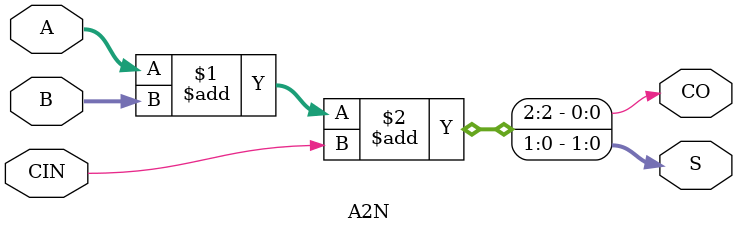
<source format=v>
`timescale 1ns/100ps

module A2N(
	input [1:0] A,
	input [1:0] B,
	input CIN,
	output [1:0] S,
	output CO
);

assign {CO, S} = A + B + CIN;

endmodule

</source>
